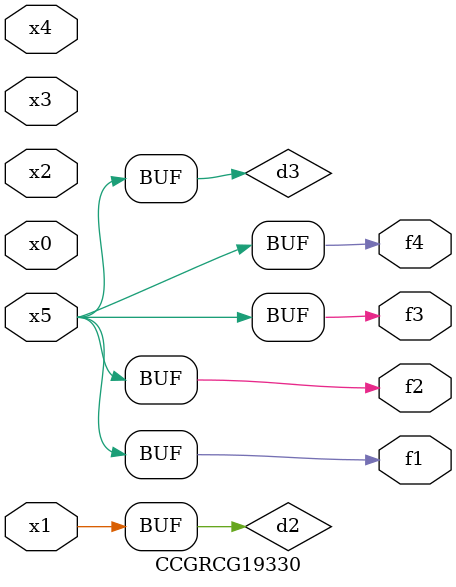
<source format=v>
module CCGRCG19330(
	input x0, x1, x2, x3, x4, x5,
	output f1, f2, f3, f4
);

	wire d1, d2, d3;

	not (d1, x5);
	or (d2, x1);
	xnor (d3, d1);
	assign f1 = d3;
	assign f2 = d3;
	assign f3 = d3;
	assign f4 = d3;
endmodule

</source>
